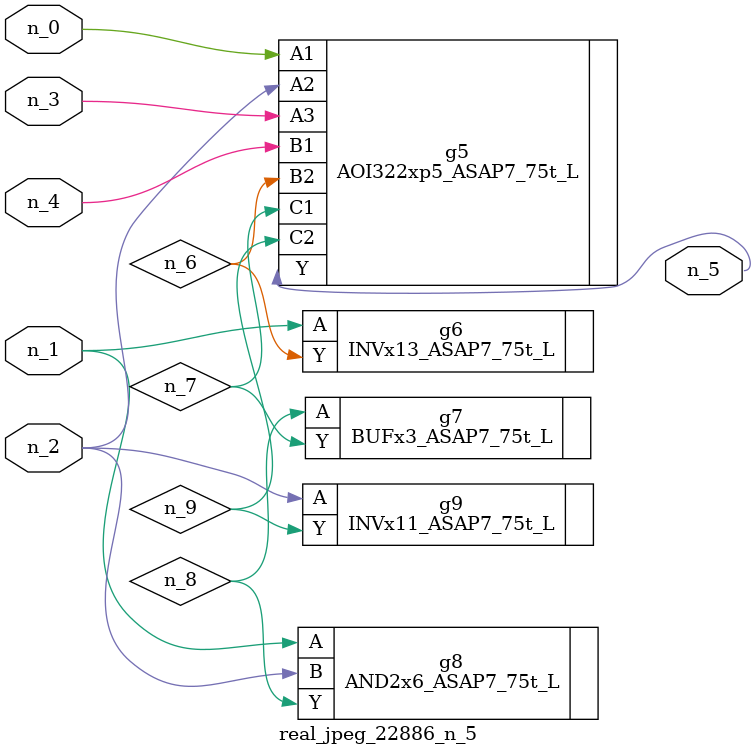
<source format=v>
module real_jpeg_22886_n_5 (n_4, n_0, n_1, n_2, n_3, n_5);

input n_4;
input n_0;
input n_1;
input n_2;
input n_3;

output n_5;

wire n_8;
wire n_6;
wire n_7;
wire n_9;

AOI322xp5_ASAP7_75t_L g5 ( 
.A1(n_0),
.A2(n_2),
.A3(n_3),
.B1(n_4),
.B2(n_6),
.C1(n_7),
.C2(n_9),
.Y(n_5)
);

INVx13_ASAP7_75t_L g6 ( 
.A(n_1),
.Y(n_6)
);

AND2x6_ASAP7_75t_L g8 ( 
.A(n_1),
.B(n_2),
.Y(n_8)
);

INVx11_ASAP7_75t_L g9 ( 
.A(n_2),
.Y(n_9)
);

BUFx3_ASAP7_75t_L g7 ( 
.A(n_8),
.Y(n_7)
);


endmodule
</source>
